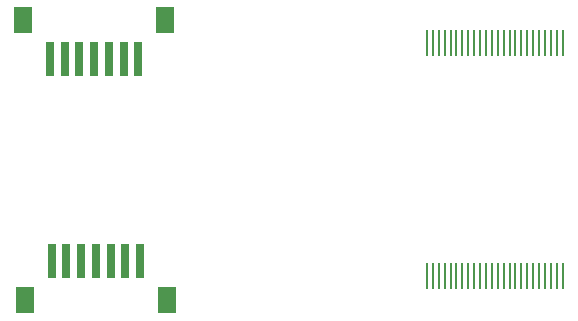
<source format=gbp>
G04 #@! TF.GenerationSoftware,KiCad,Pcbnew,(6.0.11-0)*
G04 #@! TF.CreationDate,2023-03-08T20:48:50+08:00*
G04 #@! TF.ProjectId,slimarm_classic_2410,736c696d-6172-46d5-9f63-6c6173736963,rev?*
G04 #@! TF.SameCoordinates,Original*
G04 #@! TF.FileFunction,Paste,Bot*
G04 #@! TF.FilePolarity,Positive*
%FSLAX46Y46*%
G04 Gerber Fmt 4.6, Leading zero omitted, Abs format (unit mm)*
G04 Created by KiCad (PCBNEW (6.0.11-0)) date 2023-03-08 20:48:50*
%MOMM*%
%LPD*%
G01*
G04 APERTURE LIST*
%ADD10R,0.711200X3.000000*%
%ADD11R,1.600200X2.209800*%
%ADD12R,0.254000X2.182700*%
G04 APERTURE END LIST*
D10*
G04 #@! TO.C,J3*
X23350000Y-18950000D03*
X22100000Y-18950000D03*
X20850000Y-18950000D03*
X19600000Y-18950000D03*
X18350000Y-18950000D03*
X17100000Y-18950000D03*
X15850000Y-18950000D03*
D11*
X13602900Y-15648000D03*
X25597100Y-15648000D03*
G04 #@! TD*
D10*
G04 #@! TO.C,J2*
X16000000Y-36070500D03*
X17250000Y-36070500D03*
X18500000Y-36070500D03*
X19750000Y-36070500D03*
X21000000Y-36070500D03*
X22250000Y-36070500D03*
X23500000Y-36070500D03*
D11*
X25747100Y-39372500D03*
X13752900Y-39372500D03*
G04 #@! TD*
D12*
G04 #@! TO.C,U5*
X59282198Y-37285350D03*
X58782199Y-37285350D03*
X58282200Y-37285350D03*
X57782198Y-37285350D03*
X57282199Y-37285350D03*
X56782200Y-37285350D03*
X56282199Y-37285350D03*
X55782200Y-37285350D03*
X55282198Y-37285350D03*
X54782199Y-37285350D03*
X54282200Y-37285350D03*
X53782199Y-37285350D03*
X53282199Y-37285350D03*
X52782198Y-37285350D03*
X52282199Y-37285350D03*
X51782200Y-37285350D03*
X51282198Y-37285350D03*
X50782199Y-37285350D03*
X50282198Y-37285350D03*
X49782199Y-37285350D03*
X49282200Y-37285350D03*
X48782198Y-37285350D03*
X48282199Y-37285350D03*
X47782198Y-37285350D03*
X47782200Y-17613050D03*
X48282199Y-17613050D03*
X48782198Y-17613050D03*
X49282200Y-17613050D03*
X49782199Y-17613050D03*
X50282200Y-17613050D03*
X50782199Y-17613050D03*
X51282198Y-17613050D03*
X51782200Y-17613050D03*
X52282199Y-17613050D03*
X52782201Y-17613050D03*
X53282199Y-17613050D03*
X53782199Y-17613050D03*
X54282200Y-17613050D03*
X54782199Y-17613050D03*
X55282198Y-17613050D03*
X55782200Y-17613050D03*
X56282199Y-17613050D03*
X56782200Y-17613050D03*
X57282199Y-17613050D03*
X57782198Y-17613050D03*
X58282200Y-17613050D03*
X58782199Y-17613050D03*
X59282200Y-17613050D03*
G04 #@! TD*
M02*

</source>
